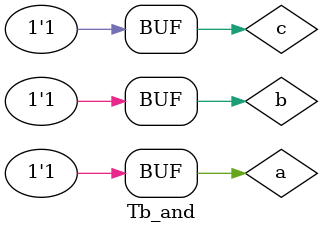
<source format=v>
`timescale 1ns / 1ps


module Tb_and;
    reg a,b,c;
    wire o;
    
    G_and sim_and(a,b,c,o);
    
    initial
    begin
    a=0;
    b=0;
    c=0;
    end
    
    initial
    begin
    #100 a=0;b=0;c=0;
    #100 a=1;b=0;c=0;
    #100 a=0;b=1;c=0;
    #100 a=0;b=0;c=1;
    #100 a=1;b=1;c=0;
    #100 a=0;b=1;c=1;
    #100 a=1;b=0;c=1;
    #100 a=1;b=1;c=1;
    end
endmodule

</source>
